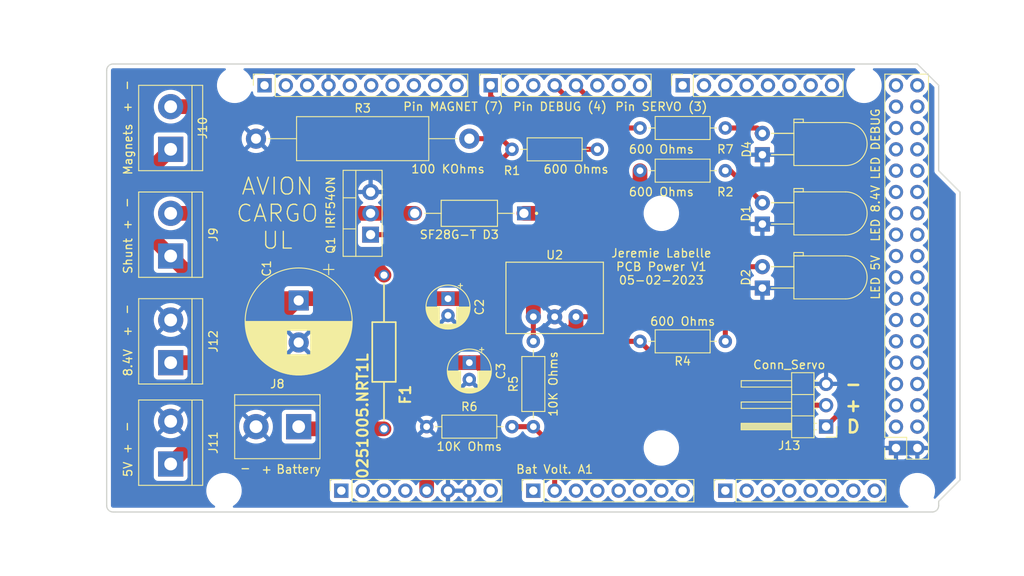
<source format=kicad_pcb>
(kicad_pcb (version 20211014) (generator pcbnew)
  (title_block (date "mar. 31 mars 2015"))
  (layers (0 "F.Cu" signal) (31 "B.Cu" signal) (34 "B.Paste" user) (35 "F.Paste" user) (36 "B.SilkS" user "B.Silkscreen") (37 "F.SilkS" user "F.Silkscreen") (38 "B.Mask" user) (39 "F.Mask" user) (44 "Edge.Cuts" user))
  (net 0 "")
  (net 1 "GND")
  (net 2 "/*52")
  (net 3 "/53")
  (net 4 "/50")
  (net 5 "/51")
  (net 6 "/48")
  (net 7 "/49")
  (net 8 "/*46")
  (net 9 "/47")
  (net 10 "/*44")
  (net 11 "/*45")
  (net 12 "/42")
  (net 13 "/43")
  (net 14 "/40")
  (net 15 "/41")
  (net 16 "/38")
  (net 17 "/39")
  (net 18 "/36")
  (net 19 "/37")
  (net 20 "/34")
  (net 21 "/35")
  (net 22 "/32")
  (net 23 "/33")
  (net 24 "/30")
  (net 25 "/31")
  (net 26 "/28")
  (net 27 "/29")
  (net 28 "/26")
  (net 29 "/27")
  (net 30 "/24")
  (net 31 "/25")
  (net 32 "/22")
  (net 33 "/23")
  (net 34 "+5V")
  (net 35 "/IOREF")
  (net 36 "/A0")
  (net 37 "/Vbat")
  (net 38 "/A2")
  (net 39 "/A3")
  (net 40 "/A4")
  (net 41 "/A5")
  (net 42 "/A6")
  (net 43 "/A7")
  (net 44 "/A8")
  (net 45 "/A9")
  (net 46 "/A10")
  (net 47 "/A11")
  (net 48 "/A12")
  (net 49 "/A13")
  (net 50 "/A14")
  (net 51 "/A15")
  (net 52 "/AREF")
  (net 53 "/*13")
  (net 54 "/*12")
  (net 55 "/*11")
  (net 56 "/*10")
  (net 57 "/*9")
  (net 58 "/*8")
  (net 59 "Net-(D4-Pad2)")
  (net 60 "/*6")
  (net 61 "/*5")
  (net 62 "/*2")
  (net 63 "/TX0{slash}1")
  (net 64 "/RX0{slash}0")
  (net 65 "+3V3")
  (net 66 "/TX3{slash}14")
  (net 67 "/RX3{slash}15")
  (net 68 "/TX2{slash}16")
  (net 69 "/RX2{slash}17")
  (net 70 "/TX1{slash}18")
  (net 71 "/RX1{slash}19")
  (net 72 "/SDA{slash}20")
  (net 73 "/SCL{slash}21")
  (net 74 "VCC")
  (net 75 "/~{RESET}")
  (net 77 "Net-(D2-Pad2)")
  (net 78 "Net-(D3-PadA)")
  (net 79 "Net-(D1-Pad2)")
  (net 80 "Bat. Voltage")
  (net 81 "Net-(Q1-Pad1)")
  (net 82 "Gate DEBUG")
  (net 83 "Net-(F1-Pad1)")
  (net 84 "Net-(F1-Pad2)")
  (net 85 "Magnets")
  (net 86 "Servo")
  (footprint "Connector_PinSocket_2.54mm:PinSocket_2x18_P2.54mm_Vertical" (layer "F.Cu") (at 193.98 92.38 180)
    (fp_text reference "J7" hide)
    (fp_text value "Digital")
    (pad "1" thru_hole rect locked (at 0 0 180) (size 1.7 1.7) (drill 1) (layers *.Cu *.Mask) (net 1 "GND"))
    (pad "2" thru_hole oval locked (at -2.54 0 180) (size 1.7 1.7) (drill 1) (layers *.Cu *.Mask) (net 1 "GND"))
    (pad "3" thru_hole oval locked (at 0 2.54 180) (size 1.7 1.7) (drill 1) (layers *.Cu *.Mask) (net 2 "/*52"))
    (pad "4" thru_hole oval locked (at -2.54 2.54 180) (size 1.7 1.7) (drill 1) (layers *.Cu *.Mask) (net 3 "/53"))
    (pad "5" thru_hole oval locked (at 0 5.08 180) (size 1.7 1.7) (drill 1) (layers *.Cu *.Mask) (net 4 "/50"))
    (pad "6" thru_hole oval locked (at -2.54 5.08 180) (size 1.7 1.7) (drill 1) (layers *.Cu *.Mask) (net 5 "/51"))
    (pad "7" thru_hole oval locked (at 0 7.62 180) (size 1.7 1.7) (drill 1) (layers *.Cu *.Mask) (net 6 "/48"))
    (pad "8" thru_hole oval locked (at -2.54 7.62 180) (size 1.7 1.7) (drill 1) (layers *.Cu *.Mask) (net 7 "/49"))
    (pad "9" thru_hole oval locked (at 0 10.16 180) (size 1.7 1.7) (drill 1) (layers *.Cu *.Mask) (net 8 "/*46"))
    (pad "10" thru_hole oval locked (at -2.54 10.16 180) (size 1.7 1.7) (drill 1) (layers *.Cu *.Mask) (net 9 "/47"))
    (pad "11" thru_hole oval locked (at 0 12.7 180) (size 1.7 1.7) (drill 1) (layers *.Cu *.Mask) (net 10 "/*44"))
    (pad "12" thru_hole oval locked (at -2.54 12.7 180) (size 1.7 1.7) (drill 1) (layers *.Cu *.Mask) (net 11 "/*45"))
    (pad "13" thru_hole oval locked (at 0 15.24 180) (size 1.7 1.7) (drill 1) (layers *.Cu *.Mask) (net 12 "/42"))
    (pad "14" thru_hole oval locked (at -2.54 15.24 180) (size 1.7 1.7) (drill 1) (layers *.Cu *.Mask) (net 13 "/43"))
    (pad "15" thru_hole oval locked (at 0 17.78 180) (size 1.7 1.7) (drill 1) (layers *.Cu *.Mask) (net 14 "/40"))
    (pad "16" thru_hole oval locked (at -2.54 17.78 180) (size 1.7 1.7) (drill 1) (layers *.Cu *.Mask) (net 15 "/41"))
    (pad "17" thru_hole oval locked (at 0 20.32 180) (size 1.7 1.7) (drill 1) (layers *.Cu *.Mask) (net 16 "/38"))
    (pad "18" thru_hole oval locked (at -2.54 20.32 180) (size 1.7 1.7) (drill 1) (layers *.Cu *.Mask) (net 17 "/39"))
    (pad "19" thru_hole oval locked (at 0 22.86 180) (size 1.7 1.7) (drill 1) (layers *.Cu *.Mask) (net 18 "/36"))
    (pad "20" thru_hole oval locked (at -2.54 22.86 180) (size 1.7 1.7) (drill 1) (layers *.Cu *.Mask) (net 19 "/37"))
    (pad "21" thru_hole oval locked (at 0 25.4 180) (size 1.7 1.7) (drill 1) (layers *.Cu *.Mask) (net 20 "/34"))
    (pad "22" thru_hole oval locked (at -2.54 25.4 180) (size 1.7 1.7) (drill 1) (layers *.Cu *.Mask) (net 21 "/35"))
    (pad "23" thru_hole oval locked (at 0 27.94 180) (size 1.7 1.7) (drill 1) (layers *.Cu *.Mask) (net 22 "/32"))
    (pad "24" thru_hole oval locked (at -2.54 27.94 180) (size 1.7 1.7) (drill 1) (layers *.Cu *.Mask) (net 23 "/33"))
    (pad "25" thru_hole oval locked (at 0 30.48 180) (size 1.7 1.7) (drill 1) (layers *.Cu *.Mask) (net 24 "/30"))
    (pad "26" thru_hole oval locked (at -2.54 30.48 180) (size 1.7 1.7) (drill 1) (layers *.Cu *.Mask) (net 25 "/31"))
    (pad "27" thru_hole oval locked (at 0 33.02 180) (size 1.7 1.7) (drill 1) (layers *.Cu *.Mask) (net 26 "/28"))
    (pad "28" thru_hole oval locked (at -2.54 33.02 180) (size 1.7 1.7) (drill 1) (layers *.Cu *.Mask) (net 27 "/29"))
    (pad "29" thru_hole oval locked (at 0 35.56 180) (size 1.7 1.7) (drill 1) (layers *.Cu *.Mask) (net 28 "/26"))
    (pad "30" thru_hole oval locked (at -2.54 35.56 180) (size 1.7 1.7) (drill 1) (layers *.Cu *.Mask) (net 29 "/27"))
    (pad "31" thru_hole oval locked (at 0 38.1 180) (size 1.7 1.7) (drill 1) (layers *.Cu *.Mask) (net 30 "/24"))
    (pad "32" thru_hole oval locked (at -2.54 38.1 180) (size 1.7 1.7) (drill 1) (layers *.Cu *.Mask) (net 31 "/25"))
    (pad "33" thru_hole oval locked (at 0 40.64 180) (size 1.7 1.7) (drill 1) (layers *.Cu *.Mask) (net 32 "/22"))
    (pad "34" thru_hole oval locked (at -2.54 40.64 180) (size 1.7 1.7) (drill 1) (layers *.Cu *.Mask) (net 33 "/23"))
    (pad "35" thru_hole oval locked (at 0 43.18 180) (size 1.7 1.7) (drill 1) (layers *.Cu *.Mask) (net 34 "+5V"))
    (pad "36" thru_hole oval locked (at -2.54 43.18 180) (size 1.7 1.7) (drill 1) (layers *.Cu *.Mask) (net 34 "+5V"))
  )
  (footprint "Connector_PinSocket_2.54mm:PinSocket_1x08_P2.54mm_Vertical" (layer "F.Cu") (at 127.94 97.46 90)
    (fp_text reference "J1" hide)
    (fp_text value "Power")
    (pad "1" thru_hole rect locked (at 0 0 90) (size 1.7 1.7) (drill 1) (layers *.Cu *.Mask))
    (pad "2" thru_hole oval locked (at 0 2.54 90) (size 1.7 1.7) (drill 1) (layers *.Cu *.Mask) (net 35 "/IOREF"))
    (pad "3" thru_hole oval locked (at 0 5.08 90) (size 1.7 1.7) (drill 1) (layers *.Cu *.Mask) (net 75 "/~{RESET}"))
    (pad "4" thru_hole oval locked (at 0 7.62 90) (size 1.7 1.7) (drill 1) (layers *.Cu *.Mask) (net 65 "+3V3"))
    (pad "5" thru_hole oval locked (at 0 10.16 90) (size 1.7 1.7) (drill 1) (layers *.Cu *.Mask) (net 34 "+5V"))
    (pad "6" thru_hole oval locked (at 0 12.7 90) (size 1.7 1.7) (drill 1) (layers *.Cu *.Mask) (net 1 "GND"))
    (pad "7" thru_hole oval locked (at 0 15.24 90) (size 1.7 1.7) (drill 1) (layers *.Cu *.Mask) (net 1 "GND"))
    (pad "8" thru_hole oval locked (at 0 17.78 90) (size 1.7 1.7) (drill 1) (layers *.Cu *.Mask) (net 74 "VCC"))
  )
  (footprint "Connector_PinSocket_2.54mm:PinSocket_1x08_P2.54mm_Vertical" (layer "F.Cu") (at 150.8 97.46 90)
    (fp_text reference "J3" hide)
    (fp_text value "Analog")
    (pad "1" thru_hole rect locked (at 0 0 90) (size 1.7 1.7) (drill 1) (layers *.Cu *.Mask) (net 36 "/A0"))
    (pad "2" thru_hole oval locked (at 0 2.54 90) (size 1.7 1.7) (drill 1) (layers *.Cu *.Mask) (net 80 "Bat. Voltage"))
    (pad "3" thru_hole oval locked (at 0 5.08 90) (size 1.7 1.7) (drill 1) (layers *.Cu *.Mask) (net 38 "/A2"))
    (pad "4" thru_hole oval locked (at 0 7.62 90) (size 1.7 1.7) (drill 1) (layers *.Cu *.Mask) (net 39 "/A3"))
    (pad "5" thru_hole oval locked (at 0 10.16 90) (size 1.7 1.7) (drill 1) (layers *.Cu *.Mask) (net 40 "/A4"))
    (pad "6" thru_hole oval locked (at 0 12.7 90) (size 1.7 1.7) (drill 1) (layers *.Cu *.Mask) (net 41 "/A5"))
    (pad "7" thru_hole oval locked (at 0 15.24 90) (size 1.7 1.7) (drill 1) (layers *.Cu *.Mask) (net 42 "/A6"))
    (pad "8" thru_hole oval locked (at 0 17.78 90) (size 1.7 1.7) (drill 1) (layers *.Cu *.Mask) (net 43 "/A7"))
  )
  (footprint "Connector_PinSocket_2.54mm:PinSocket_1x08_P2.54mm_Vertical" (layer "F.Cu") (at 173.66 97.46 90)
    (fp_text reference "J5" hide)
    (fp_text value "Analog")
    (pad "1" thru_hole rect locked (at 0 0 90) (size 1.7 1.7) (drill 1) (layers *.Cu *.Mask) (net 44 "/A8"))
    (pad "2" thru_hole oval locked (at 0 2.54 90) (size 1.7 1.7) (drill 1) (layers *.Cu *.Mask) (net 45 "/A9"))
    (pad "3" thru_hole oval locked (at 0 5.08 90) (size 1.7 1.7) (drill 1) (layers *.Cu *.Mask) (net 46 "/A10"))
    (pad "4" thru_hole oval locked (at 0 7.62 90) (size 1.7 1.7) (drill 1) (layers *.Cu *.Mask) (net 47 "/A11"))
    (pad "5" thru_hole oval locked (at 0 10.16 90) (size 1.7 1.7) (drill 1) (layers *.Cu *.Mask) (net 48 "/A12"))
    (pad "6" thru_hole oval locked (at 0 12.7 90) (size 1.7 1.7) (drill 1) (layers *.Cu *.Mask) (net 49 "/A13"))
    (pad "7" thru_hole oval locked (at 0 15.24 90) (size 1.7 1.7) (drill 1) (layers *.Cu *.Mask) (net 50 "/A14"))
    (pad "8" thru_hole oval locked (at 0 17.78 90) (size 1.7 1.7) (drill 1) (layers *.Cu *.Mask) (net 51 "/A15"))
  )
  (footprint "Connector_PinSocket_2.54mm:PinSocket_1x10_P2.54mm_Vertical" (layer "F.Cu") (at 118.796 49.2 90)
    (fp_text reference "J2" hide)
    (fp_text value "PWM")
    (pad "1" thru_hole rect locked (at 0 0 90) (size 1.7 1.7) (drill 1) (layers *.Cu *.Mask) (net 73 "/SCL{slash}21"))
    (pad "2" thru_hole oval locked (at 0 2.54 90) (size 1.7 1.7) (drill 1) (layers *.Cu *.Mask) (net 72 "/SDA{slash}20"))
    (pad "3" thru_hole oval locked (at 0 5.08 90) (size 1.7 1.7) (drill 1) (layers *.Cu *.Mask) (net 52 "/AREF"))
    (pad "4" thru_hole oval locked (at 0 7.62 90) (size 1.7 1.7) (drill 1) (layers *.Cu *.Mask) (net 1 "GND"))
    (pad "5" thru_hole oval locked (at 0 10.16 90) (size 1.7 1.7) (drill 1) (layers *.Cu *.Mask) (net 53 "/*13"))
    (pad "6" thru_hole oval locked (at 0 12.7 90) (size 1.7 1.7) (drill 1) (layers *.Cu *.Mask) (net 54 "/*12"))
    (pad "7" thru_hole oval locked (at 0 15.24 90) (size 1.7 1.7) (drill 1) (layers *.Cu *.Mask) (net 55 "/*11"))
    (pad "8" thru_hole oval locked (at 0 17.78 90) (size 1.7 1.7) (drill 1) (layers *.Cu *.Mask) (net 56 "/*10"))
    (pad "9" thru_hole oval locked (at 0 20.32 90) (size 1.7 1.7) (drill 1) (layers *.Cu *.Mask) (net 57 "/*9"))
    (pad "10" thru_hole oval locked (at 0 22.86 90) (size 1.7 1.7) (drill 1) (layers *.Cu *.Mask) (net 58 "/*8"))
  )
  (footprint "Connector_PinSocket_2.54mm:PinSocket_1x08_P2.54mm_Vertical" (layer "F.Cu") (at 145.72 49.2 90)
    (fp_text reference "J4" hide)
    (fp_text value "PWM")
    (pad "1" thru_hole rect locked (at 0 0 90) (size 1.7 1.7) (drill 1) (layers *.Cu *.Mask) (net 85 "Magnets"))
    (pad "2" thru_hole oval locked (at 0 2.54 90) (size 1.7 1.7) (drill 1) (layers *.Cu *.Mask) (net 60 "/*6"))
    (pad "3" thru_hole oval locked (at 0 5.08 90) (size 1.7 1.7) (drill 1) (layers *.Cu *.Mask) (net 61 "/*5"))
    (pad "4" thru_hole oval locked (at 0 7.62 90) (size 1.7 1.7) (drill 1) (layers *.Cu *.Mask) (net 82 "Gate DEBUG"))
    (pad "5" thru_hole oval locked (at 0 10.16 90) (size 1.7 1.7) (drill 1) (layers *.Cu *.Mask) (net 86 "Servo"))
    (pad "6" thru_hole oval locked (at 0 12.7 90) (size 1.7 1.7) (drill 1) (layers *.Cu *.Mask) (net 62 "/*2"))
    (pad "7" thru_hole oval locked (at 0 15.24 90) (size 1.7 1.7) (drill 1) (layers *.Cu *.Mask) (net 63 "/TX0{slash}1"))
    (pad "8" thru_hole oval locked (at 0 17.78 90) (size 1.7 1.7) (drill 1) (layers *.Cu *.Mask) (net 64 "/RX0{slash}0"))
  )
  (footprint "Connector_PinSocket_2.54mm:PinSocket_1x08_P2.54mm_Vertical" (layer "F.Cu") (at 168.58 49.2 90)
    (fp_text reference "J6" hide)
    (fp_text value "Communication")
    (pad "1" thru_hole rect locked (at 0 0 90) (size 1.7 1.7) (drill 1) (layers *.Cu *.Mask) (net 66 "/TX3{slash}14"))
    (pad "2" thru_hole oval locked (at 0 2.54 90) (size 1.7 1.7) (drill 1) (layers *.Cu *.Mask) (net 67 "/RX3{slash}15"))
    (pad "3" thru_hole oval locked (at 0 5.08 90) (size 1.7 1.7) (drill 1) (layers *.Cu *.Mask) (net 68 "/TX2{slash}16"))
    (pad "4" thru_hole oval locked (at 0 7.62 90) (size 1.7 1.7) (drill 1) (layers *.Cu *.Mask) (net 69 "/RX2{slash}17"))
    (pad "5" thru_hole oval locked (at 0 10.16 90) (size 1.7 1.7) (drill 1) (layers *.Cu *.Mask) (net 70 "/TX1{slash}18"))
    (pad "6" thru_hole oval locked (at 0 12.7 90) (size 1.7 1.7) (drill 1) (layers *.Cu *.Mask) (net 71 "/RX1{slash}19"))
    (pad "7" thru_hole oval locked (at 0 15.24 90) (size 1.7 1.7) (drill 1) (layers *.Cu *.Mask) (net 72 "/SDA{slash}20"))
    (pad "8" thru_hole oval locked (at 0 17.78 90) (size 1.7 1.7) (drill 1) (layers *.Cu *.Mask) (net 73 "/SCL{slash}21"))
  )
  (footprint "Capacitor_THT:CP_Radial_D5.0mm_P2.00mm" (layer "F.Cu") (at 143.18 82.22 -90)
    (fp_text reference "C3" (at 1 -3.75 90) (layer "F.SilkS"))
    (fp_text value "4.7 uF")
    (pad "1" thru_hole rect (at 0 0 270) (size 1.6 1.6) (drill 0.8) (layers *.Cu *.Mask) (net 34 "+5V"))
    (pad "2" thru_hole circle (at 2 0 270) (size 1.6 1.6) (drill 0.8) (layers *.Cu *.Mask) (net 1 "GND"))
  )
  (footprint "Resistor_THT:R_Axial_DIN0516_L15.5mm_D5.0mm_P25.40mm_Horizontal" (layer "F.Cu") (at 117.78 55.55)
    (fp_text reference "R3" (at 12.7 -3.62) (layer "F.SilkS"))
    (fp_text value "100 KOhms" (at 22.86 3.62) (layer "F.SilkS"))
    (pad "1" thru_hole circle (at 0 0) (size 2.4 2.4) (drill 1.2) (layers *.Cu *.Mask) (net 1 "GND"))
    (pad "2" thru_hole oval (at 25.4 0) (size 2.4 2.4) (drill 1.2) (layers *.Cu *.Mask) (net 81 "Net-(Q1-Pad1)"))
  )
  (footprint "TerminalBlock:TerminalBlock_bornier-2_P5.08mm" (layer "F.Cu") (at 107.62 56.82 90)
    (fp_text reference "J10" (at 2.54 3.81 90) (layer "F.SilkS"))
    (fp_text value "Magnets" (at 0 -5.08 90) (layer "F.SilkS"))
    (pad "1" thru_hole rect (at 0 0 90) (size 3 3) (drill 1.52) (layers *.Cu *.Mask) (net 37 "/Vbat"))
    (pad "2" thru_hole circle (at 5.08 0 90) (size 3 3) (drill 1.52) (layers *.Cu *.Mask) (net 78 "Net-(D3-PadA)"))
  )
  (footprint "Arduino_MountingHole:MountingHole_3.2mm" (layer "F.Cu") (at 196.52 97.46)
    (fp_text reference "MH6" hide)
    (fp_text value "MountingHole_3.2mm" hide)
    (pad "" np_thru_hole circle locked (at 0 0) (size 3.2 3.2) (drill 3.2) (layers *.Cu *.Mask))
  )
  (footprint "Connector_PinHeader_2.54mm:PinHeader_1x03_P2.54mm_Horizontal" (layer "F.Cu") (at 185.655 89.825 180)
    (fp_text reference "J13" (at 4.385 -2.27) (layer "F.SilkS"))
    (fp_text value "Conn_Servo" (at 4.385 7.35) (layer "F.SilkS"))
    (pad "1" thru_hole rect (at 0 0 180) (size 1.7 1.7) (drill 1) (layers *.Cu *.Mask) (net 86 "Servo"))
    (pad "2" thru_hole oval (at 0 2.54 180) (size 1.7 1.7) (drill 1) (layers *.Cu *.Mask) (net 34 "+5V"))
    (pad "3" thru_hole oval (at 0 5.08 180) (size 1.7 1.7) (drill 1) (layers *.Cu *.Mask) (net 1 "GND"))
  )
  (footprint "LED_THT:LED_D5.0mm_Horizontal_O3.81mm_Z3.0mm" (layer "F.Cu") (at 178.07 73.335 90)
    (fp_text reference "D2" (at 1.27 -1.96 90) (layer "F.SilkS"))
    (fp_text value "LED 5V" (at 1.27 13.47 90) (layer "F.SilkS"))
    (pad "1" thru_hole rect (at 0 0 90) (size 1.8 1.8) (drill 0.9) (layers *.Cu *.Mask) (net 1 "GND"))
    (pad "2" thru_hole circle (at 2.54 0 90) (size 1.8 1.8) (drill 0.9) (layers *.Cu *.Mask) (net 77 "Net-(D2-Pad2)"))
  )
  (footprint "Resistor_THT:R_Axial_DIN0207_L6.3mm_D2.5mm_P10.16mm_Horizontal" (layer "F.Cu") (at 138.1 89.84)
    (fp_text reference "R6" (at 5.08 -2.37) (layer "F.SilkS"))
    (fp_text value "10K Ohms" (at 5.08 2.37) (layer "F.SilkS"))
    (pad "1" thru_hole circle (at 0 0) (size 1.6 1.6) (drill 0.8) (layers *.Cu *.Mask) (net 1 "GND"))
    (pad "2" thru_hole oval (at 10.16 0) (size 1.6 1.6) (drill 0.8) (layers *.Cu *.Mask) (net 80 "Bat. Voltage"))
  )
  (footprint "Resistor_THT:R_Axial_DIN0207_L6.3mm_D2.5mm_P10.16mm_Horizontal" (layer "F.Cu") (at 150.8 89.84 90)
    (fp_text reference "R5" (at 5.08 -2.37 90) (layer "F.SilkS"))
    (fp_text value "10K Ohms" (at 5.08 2.37 90) (layer "F.SilkS"))
    (pad "1" thru_hole circle (at 0 0 90) (size 1.6 1.6) (drill 0.8) (layers *.Cu *.Mask) (net 80 "Bat. Voltage"))
    (pad "2" thru_hole oval (at 10.16 0 90) (size 1.6 1.6) (drill 0.8) (layers *.Cu *.Mask) (net 37 "/Vbat"))
  )
  (footprint "TerminalBlock:TerminalBlock_bornier-2_P5.08mm" (layer "F.Cu") (at 107.62 94.285 90)
    (fp_text reference "J11" (at 2.54 5.08 90) (layer "F.SilkS"))
    (fp_text value "5V" (at -0.635 -5.08 -90) (layer "F.SilkS"))
    (pad "1" thru_hole rect (at 0 0 90) (size 3 3) (drill 1.52) (layers *.Cu *.Mask) (net 34 "+5V"))
    (pad "2" thru_hole circle (at 5.08 0 90) (size 3 3) (drill 1.52) (layers *.Cu *.Mask) (net 1 "GND"))
  )
  (footprint "Resistor_THT:R_Axial_DIN0207_L6.3mm_D2.5mm_P10.16mm_Horizontal" (layer "F.Cu") (at 173.66 54.28 180)
    (fp_text reference "R7" (at 0 -2.54) (layer "F.SilkS"))
    (fp_text value "600 Ohms" (at 7.62 -2.54) (layer "F.SilkS"))
    (pad "1" thru_hole circle (at 0 0 180) (size 1.6 1.6) (drill 0.8) (layers *.Cu *.Mask) (net 59 "Net-(D4-Pad2)"))
    (pad "2" thru_hole oval (at 10.16 0 180) (size 1.6 1.6) (drill 0.8) (layers *.Cu *.Mask) (net 82 "Gate DEBUG"))
  )
  (footprint "LED_THT:LED_D5.0mm_Horizontal_O3.81mm_Z3.0mm" (layer "F.Cu") (at 178.07 65.715 90)
    (fp_text reference "D1" (at 1.27 -1.96 90) (layer "F.SilkS"))
    (fp_text value "LED 8.4V" (at 1.27 13.47 90) (layer "F.SilkS"))
    (pad "1" thru_hole rect (at 0 0 90) (size 1.8 1.8) (drill 0.9) (layers *.Cu *.Mask) (net 1 "GND"))
    (pad "2" thru_hole circle (at 2.54 0 90) (size 1.8 1.8) (drill 0.9) (layers *.Cu *.Mask) (net 79 "Net-(D1-Pad2)"))
  )
  (footprint "Package_TO_SOT_THT:TO-220-3_Vertical" (layer "F.Cu") (at 131.425 66.98 90)
    (fp_text reference "Q1" (at -1.27 -4.755 90) (layer "F.SilkS"))
    (fp_text value "IRF540N" (at 3.81 -4.755 90) (layer "F.SilkS"))
    (pad "1" thru_hole rect (at 0 0 90) (size 1.905 2) (drill 1.1) (layers *.Cu *.Mask) (net 81 "Net-(Q1-Pad1)"))
    (pad "2" thru_hole oval (at 2.54 0 90) (size 1.905 2) (drill 1.1) (layers *.Cu *.Mask) (net 78 "Net-(D3-PadA)"))
    (pad "3" thru_hole oval (at 5.08 0 90) (size 1.905 2) (drill 1.1) (layers *.Cu *.Mask) (net 1 "GND"))
  )
  (footprint "TerminalBlock:TerminalBlock_bornier-2_P5.08mm" (layer "F.Cu") (at 107.62 82.22 90)
    (fp_text reference "J12" (at 2.54 5.08 90) (layer "F.SilkS"))
    (fp_text value "8.4V" (at 0 -5.08 90) (layer "F.SilkS"))
    (pad "1" thru_hole rect (at 0 0 90) (size 3 3) (drill 1.52) (layers *.Cu *.Mask) (net 37 "/Vbat"))
    (pad "2" thru_hole circle (at 5.08 0 90) (size 3 3) (drill 1.52) (layers *.Cu *.Mask) (net 1 "GND"))
  )
  (footprint "Resistor_THT:R_Axial_DIN0207_L6.3mm_D2.5mm_P10.16mm_Horizontal" (layer "F.Cu") (at 173.66 79.68 180)
    (fp_text reference "R4" (at 5.08 -2.37) (layer "F.SilkS"))
    (fp_text value "600 Ohms" (at 5.08 2.37) (layer "F.SilkS"))
    (pad "1" thru_hole circle (at 0 0 180) (size 1.6 1.6) (drill 0.8) (layers *.Cu *.Mask) (net 77 "Net-(D2-Pad2)"))
    (pad "2" thru_hole oval (at 10.16 0 180) (size 1.6 1.6) (drill 0.8) (layers *.Cu *.Mask) (net 34 "+5V"))
  )
  (footprint "TerminalBlock:TerminalBlock_bornier-2_P5.08mm" (layer "F.Cu") (at 107.62 69.52 90)
    (fp_text reference "J9" (at 2.54 5.08 90) (layer "F.SilkS"))
    (fp_text value "Shunt" (at 0 -5.08 90) (layer "F.SilkS"))
    (pad "1" thru_hole rect (at 0 0 90) (size 3 3) (drill 1.52) (layers *.Cu *.Mask) (net 37 "/Vbat"))
    (pad "2" thru_hole circle (at 5.08 0 90) (size 3 3) (drill 1.52) (layers *.Cu *.Mask) (net 84 "Net-(F1-Pad2)"))
  )
  (footprint "Arduino_MountingHole:MountingHole_3.2mm" (layer "F.Cu") (at 115.24 49.2)
    (fp_text reference "MH1" hide)
    (fp_text value "MountingHole_3.2mm" hide)
    (pad "" np_thru_hole circle locked (at 0 0) (size 3.2 3.2) (drill 3.2) (layers *.Cu *.Mask))
  )
  (footprint "SF28G-T:DIOAD1300W80L670D310" (layer "F.Cu") (at 143.18 64.44 180)
    (fp_text reference "D3" (at -2.54 -2.54) (layer "F.SilkS"))
    (fp_text value "SF28G-T" (at 2.54 -2.54) (layer "F.SilkS"))
    (pad "A" thru_hole circle locked (at 6.5 0 180) (size 1.65 1.65) (drill 1.1) (layers *.Cu *.Mask) (net 78 "Net-(D3-PadA)"))
    (pad "C" thru_hole rect locked (at -6.5 0 180) (size 1.65 1.65) (drill 1.1) (layers *.Cu *.Mask) (net 37 "/Vbat"))
  )
  (footprint "Capacitor_THT:CP_Radial_D5.0mm_P2.00mm" (layer "F.Cu") (at 140.64 74.6 -90)
    (fp_text reference "C2" (at 1 -3.75 90) (layer "F.SilkS"))
    (fp_text value "4.7 uF")
    (pad "1" thru_hole rect (at 0 0 270) (size 1.6 1.6) (drill 0.8) (layers *.Cu *.Mask) (net 37 "/Vbat"))
    (pad "2" thru_hole circle (at 2 0 270) (size 1.6 1.6) (drill 0.8) (layers *.Cu *.Mask) (net 1 "GND"))
  )
  (footprint "LED_THT:LED_D5.0mm_Horizontal_O3.81mm_Z3.0mm" (layer "F.Cu") (at 178.07 57.46 90)
    (fp_text reference "D4" (at 0.64 -1.87 90) (layer "F.SilkS"))
    (fp_text value "LED DEBUG" (at 1.27 13.47 90) (layer "F.SilkS"))
    (pad "1" thru_hole rect (at 0 0 90) (size 1.8 1.8) (drill 0.9) (layers *.Cu *.Mask) (net 1 "GND"))
    (pad "2" thru_hole circle (at 2.54 0 90) (size 1.8 1.8) (drill 0.9) (layers *.Cu *.Mask) (net 59 "Net-(D4-Pad2)"))
  )
  (footprint "Resistor_THT:R_Axial_DIN0207_L6.3mm_D2.5mm_P10.16mm_Horizontal" (layer "F.Cu") (at 173.66 59.36 180)
    (fp_text reference "R2" (at 0 -2.54) (layer "F.SilkS"))
    (fp_text value "600 Ohms" (at 7.62 -2.54) (layer "F.SilkS"))
    (pad "1" thru_hole circle (at 0 0 180) (size 1.6 1.6) (drill 0.8) (layers *.Cu *.Mask) (net 79 "Net-(D1-Pad2)"))
    (pad "2" thru_hole oval (at 10.16 0 180) (size 1.6 1.6) (drill 0.8) (layers *.Cu *.Mask) (net 37 "/Vbat"))
  )
  (footprint "Capacitor_THT:CP_Radial_D12.5mm_P5.00mm" (layer "F.Cu") (at 122.86 74.816041 -90)
    (fp_text reference "C1" (at -3.81 3.81 90) (layer "F.SilkS"))
    (fp_text value "470 uF")
    (pad "1" thru_hole rect (at 0 0 270) (size 2.4 2.4) (drill 1.2) (layers *.Cu *.Mask) (net 37 "/Vbat"))
    (pad "2" thru_hole circle (at 5 0 270) (size 2.4 2.4) (drill 1.2) (layers *.Cu *.Mask) (net 1 "GND"))
  )
  (footprint "Resistor_THT:R_Axial_DIN0207_L6.3mm_D2.5mm_P10.16mm_Horizontal" (layer "F.Cu") (at 148.26 56.82)
    (fp_text reference "R1" (at 0 2.54) (layer "F.SilkS"))
    (fp_text value "600 Ohms" (at 7.62 2.37) (layer "F.SilkS"))
    (pad "1" thru_hole circle (at 0 0) (size 1.6 1.6) (drill 0.8) (layers *.Cu *.Mask) (net 81 "Net-(Q1-Pad1)"))
    (pad "2" thru_hole oval (at 10.16 0) (size 1.6 1.6) (drill 0.8) (layers *.Cu *.Mask) (net 85 "Magnets"))
  )
  (footprint "TerminalBlock:TerminalBlock_bornier-2_P5.08mm" (layer "F.Cu") (at 122.86 89.84 180)
    (fp_text reference "J8" (at 2.54 5.08) (layer "F.SilkS"))
    (fp_text value "Battery" (at 0 -5.08) (layer "F.SilkS"))
    (pad "1" thru_hole rect (at 0 0 180) (size 3 3) (drill 1.52) (layers *.Cu *.Mask) (net 83 "Net-(F1-Pad1)"))
    (pad "2" thru_hole circle (at 5.08 0 180) (size 3 3) (drill 1.52) (layers *.Cu *.Mask) (net 1 "GND"))
  )
  (footprint "Arduino_MountingHole:MountingHole_3.2mm" (layer "F.Cu") (at 113.97 97.46)
    (fp_text reference "MH2" hide)
    (fp_text value "MountingHole_3.2mm" hide)
    (pad "" np_thru_hole circle locked (at 0 0) (size 3.2 3.2) (drill 3.2) (layers *.Cu *.Mask))
  )
  (footprint "Arduino_MountingHole:MountingHole_3.2mm" (layer "F.Cu") (at 166.04 64.44)
    (fp_text reference "MH3" hide)
    (fp_text value "MountingHole_3.2mm" hide)
    (pad "" np_thru_hole circle locked (at 0 0) (size 3.2 3.2) (drill 3.2) (layers *.Cu *.Mask))
  )
  (footprint "251005:RESAD1831W64L711D280" (layer "F.Cu") (at 133.02 90.0995 90)
    (fp_text reference "F1" (at 4.0695 2.54 90) (layer "F.SilkS") (effects (font (size 1.27 1.27) (thickness 0.254))))
    (fp_text value "0251005.NRT1L" (at 1.5295 -2.54 90) (layer "F.SilkS") (effects (font (size 1.27 1.27) (thickness 0.254))))
    (pad "1" thru_hole circle locked (at 0 0 90) (size 1.275 1.275) (drill 0.85) (layers *.Cu *.Mask) (net 83 "Net-(F1-Pad1)"))
    (pad "2" thru_hole circle locked (at 18.3 0 90) (size 1.275 1.275) (drill 0.85) (layers *.Cu *.Mask) (net 84 "Net-(F1-Pad2)"))
  )
  (footprint "Arduino_MountingHole:MountingHole_3.2mm" (layer "F.Cu") (at 166.04 92.38)
    (fp_text reference "MH4" hide)
    (fp_text value "MountingHole_3.2mm" hide)
    (pad "" np_thru_hole circle locked (at 0 0) (size 3.2 3.2) (drill 3.2) (layers *.Cu *.Mask))
  )
  (footprint "173950578:SIP-3" (layer "F.Cu") (at 153.34 78.75675)
    (fp_text reference "U2" (at 0 -9.351255) (layer "F.SilkS") (effects (font (size 1.00174 1.00174))))
    (fp_text value "173950578")
    (pad "P$1" thru_hole circle locked (at -2.54 -2) (size 1.8 1.8) (drill 0.8) (layers *.Cu *.Mask) (net 37 "/Vbat"))
    (pad "P$2" thru_hole circle locked (at 0 -2) (size 1.8 1.8) (drill 0.8) (layers *.Cu *.Mask) (net 1 "GND"))
    (pad "P$3" thru_hole circle locked (at 2.54 -2) (size 1.8 1.8) (drill 0.8) (layers *.Cu *.Mask) (net 34 "+5V"))
  )
  (footprint "Arduino_MountingHole:MountingHole_3.2mm" (layer "F.Cu") (at 190.17 49.2)
    (fp_text reference "MH5" hide)
    (fp_text value "MountingHole_3.2mm" hide)
    (pad "" np_thru_hole circle locked (at 0 0) (size 3.2 3.2) (drill 3.2) (layers *.Cu *.Mask))
  )
  (gr_line locked (start 199.06 59.36) (end 201.6 61.9) (layer "Edge.Cuts") (width 0.15))
  (gr_line locked (start 100 99.238) (end 100 47.422) (layer "Edge.Cuts") (width 0.15))
  (gr_line locked (start 201.6 61.9) (end 201.6 96.19) (layer "Edge.Cuts") (width 0.15))
  (gr_line locked (start 198.298 100) (end 100.762 100) (layer "Edge.Cuts") (width 0.15))
  (gr_line locked (start 100.762 46.66) (end 196.52 46.66) (layer "Edge.Cuts") (width 0.15))
  (gr_arc locked (start 100.762 100) (mid 100.223185 99.776815) (end 100 99.238) (layer "Edge.Cuts") (width 0.15))
  (gr_line locked (start 201.6 96.19) (end 199.06 98.73) (layer "Edge.Cuts") (width 0.15))
  (gr_line locked (start 196.52 46.66) (end 199.06 49.2) (layer "Edge.Cuts") (width 0.15))
  (gr_arc locked (start 199.06 99.238) (mid 198.836815 99.776815) (end 198.298 100) (layer "Edge.Cuts") (width 0.15))
  (gr_line locked (start 199.06 49.2) (end 199.06 59.36) (layer "Edge.Cuts") (width 0.15))
  (gr_line locked (start 199.06 98.73) (end 199.06 99.238) (layer "Edge.Cuts") (width 0.15))
  (gr_arc locked (start 100 47.422) (mid 100.223185 46.883185) (end 100.762 46.66) (layer "Edge.Cuts") (width 0.15))
  (gr_text "-" (at 102.54 89.84 -90) (layer "F.SilkS") (effects (font (size 1 1))))
  (gr_text "+" (at 188.9 87.3) (layer "F.SilkS") (effects (font (size 1.5 1.5) (thickness 0.3))))
  (gr_text "+" (at 102.54 92.38) (layer "F.SilkS") (effects (font (size 1 1))))
  (gr_text "+" (at 102.54 51.74) (layer "F.SilkS") (effects (font (size 1 1))))
  (gr_text "AVION\nCARGO\nUL" (at 120.32 64.44) (layer "F.SilkS") (effects (font (size 2 2))))
  (gr_text "-" (at 102.54 49.2 -90) (layer "F.SilkS") (effects (font (size 1 1))))
  (gr_text "Jeremie Labelle\nPCB Power V1\n05-02-2023" (at 166.04 70.795) (layer "F.SilkS") (effects (font (size 1 1))))
  (gr_text "Pin SERVO (3)" (at 166.04 51.74) (layer "F.SilkS") (effects (font (size 1 1))))
  (gr_text "Pin MAGNET (7)" (at 141.275 51.74) (layer "F.SilkS") (effects (font (size 1 1))))
  (gr_text "+" (at 119.05 94.92) (layer "F.SilkS") (effects (font (size 1 1))))
  (gr_text "-\n" (at 188.9 84.76) (layer "F.SilkS") (effects (font (size 1.5 1.5) (thickness 0.3))))
  (gr_text "-" (at 116.51 94.92 -180) (layer "F.SilkS") (effects (font (size 1 1))))
  (gr_text "+" (at 102.54 78.41) (layer "F.SilkS") (effects (font (size 1 1))))
  (gr_text "-" (at 102.54 63.17 -90) (layer "F.SilkS") (effects (font (size 1 1))))
  (gr_text "Pin DEBUG (4)" (at 153.975 51.74) (layer "F.SilkS") (effects (font (size 1 1))))
  (gr_text "D" (at 188.9 89.84) (layer "F.SilkS") (effects (font (size 1.5 1.5) (thickness 0.3))))
  (gr_text "+" (at 102.54 65.71) (layer "F.SilkS") (effects (font (size 1 1))))
  (gr_text "-" (at 102.54 75.87 -90) (layer "F.SilkS") (effects (font (size 1 1))))
  (gr_text "Bat Volt. A1" (at 153.34 94.92) (layer "F.SilkS") (effects (font (size 1 1))))
  (segment (start 193.98 92.38) (end 196.52 92.38) (width 1.75) (layer "B.Cu") (net 1))
  (segment (start 107.62 94.285) (end 118.415 83.49) (width 1.75) (layer "F.Cu") (net 34))
  (segment (start 149.59 83.55) (end 150.359542 83.55) (width 1.75) (layer "F.Cu") (net 34))
  (segment (start 149.47 83.55) (end 138.1 94.92) (width 1.75) (layer "F.Cu") (net 34))
  (segment (start 129.21 82.22) (end 143.18 82.22) (width 1.75) (layer "F.Cu") (net 34))
  (segment (start 138.1 94.92) (end 138.1 97.46) (width 1.75) (layer "F.Cu") (net 34))
  (segment (start 150.359542 83.55) (end 155.88 78.029542) (width 1.75) (layer "F.Cu") (net 34))
  (segment (start 171.105 87.285) (end 185.655 87.285) (width 0.6) (layer "F.Cu") (net 34))
  (segment (start 155.88 76.75675) (end 158.03675 76.75675) (width 0.6) (layer "F.Cu") (net 34))
  (segment (start 127.94 83.49) (end 129.21 82.22) (width 1.75) (layer "F.Cu") (net 34))
  (segment (start 163.5 79.68) (end 171.105 87.285) (width 0.6) (layer "F.Cu") (net 34))
  (segment (start 158.03675 76.75675) (end 160.96 79.68) (width 0.6) (layer "F.Cu") (net 34))
  (segment (start 160.96 79.68) (end 163.5 79.68) (width 0.6) (layer "F.Cu") (net 34))
  (segment (start 143.18 82.22) (end 144.39 82.22) (width 1.75) (layer "F.Cu") (net 34))
  (segment (start 144.39 82.22) (end 145.72 83.55) (width 1.75) (layer "F.Cu") (net 34))
  (segment (start 149.59 83.55) (end 149.47 83.55) (width 1.75) (layer "F.Cu") (net 34))
  (segment (start 155.88 78.029542) (end 155.88 76.75675) (width 1.75) (layer "F.Cu") (net 34))
  (segment (start 118.415 83.49) (end 127.94 83.49) (width 1.75) (layer "F.Cu") (net 34))
  (segment (start 145.72 83.55) (end 149.59 83.55) (width 1.75) (layer "F.Cu") (net 34))
  (segment (start 103.81 65.71) (end 103.81 60.63) (width 1.75) (layer "F.Cu") (net 37))
  (segment (start 115.24 82.22) (end 122.86 74.6) (width 1.75) (layer "F.Cu") (net 37))
  (segment (start 157.15 66.98) (end 163.5 60.63) (width 1.75) (layer "F.Cu") (net 37))
  (segment (start 154.61 64.44) (end 157.15 66.98) (width 1.75) (layer "F.Cu") (net 37))
  (segment (start 163.5 60.63) (end 163.5 59.36) (width 1.75) (layer "F.Cu") (net 37))
  (segment (start 107.62 69.52) (end 103.81 65.71) (width 1.75) (layer "F.Cu") (net 37))
  (segment (start 107.62 69.52) (end 112.7 74.6) (width 1.75) (layer "F.Cu") (net 37))
  (segment (start 103.81 60.63) (end 107.62 56.82) (width 1.75) (layer "F.Cu") (net 37))
  (segment (start 150.8 74.6) (end 150.8 73.33) (width 1.75) (layer "F.Cu") (net 37))
  (segment (start 122.86 74.6) (end 140.64 74.6) (width 1.75) (layer "F.Cu") (net 37))
  (segment (start 140.64 74.6) (end 150.8 74.6) (width 1.75) (layer "F.Cu") (net 37))
  (segment (start 150.8 73.33) (end 157.15 66.98) (width 1.75) (layer "F.Cu") (net 37))
  (segment (start 150.8 79.68) (end 150.8 76.75675) (width 0.6) (layer "F.Cu") (net 37))
  (segment (start 107.62 82.22) (end 115.24 82.22) (width 1.75) (layer "F.Cu") (net 37))
  (segment (start 150.8 76.75675) (end 150.8 74.6) (width 1.75) (layer "F.Cu") (net 37))
  (segment (start 149.68 64.44) (end 154.61 64.44) (width 1.75) (layer "F.Cu") (net 37))
  (segment (start 112.7 74.6) (end 122.86 74.6) (width 1.75) (layer "F.Cu") (net 37))
  (segment (start 173.66 54.28) (end 177.43 54.28) (width 0.6) (layer "F.Cu") (net 59))
  (segment (start 177.43 54.915) (end 177.435 54.92) (width 0.6) (layer "F.Cu") (net 59))
  (segment (start 177.43 54.28) (end 178.07 54.92) (width 0.6) (layer "F.Cu") (net 59))
  (segment (start 173.66 79.68) (end 173.66 72.06) (width 0.6) (layer "F.Cu") (net 77))
  (segment (start 173.66 72.06) (end 174.925 70.795) (width 0.6) (layer "F.Cu") (net 77))
  (segment (start 174.925 70.795) (end 178.07 70.795) (width 0.6) (layer "F.Cu") (net 77))
  (segment (start 131.425 64.44) (end 136.68 64.44) (width 1.75) (layer "F.Cu") (net 78))
  (segment (start 115.24 64.44) (end 112.7 61.9) (width 1.75) (layer "F.Cu") (net 78))
  (segment (start 112.7 54.28) (end 110.16 51.74) (width 1.75) (layer "F.Cu") (net 78))
  (segment (start 115.24 64.44) (end 131.425 64.44) (width 1.75) (layer "F.Cu") (net 78))
  (segment (start 112.7 61.9) (end 112.7 54.28) (width 1.75) (layer "F.Cu") (net 78))
  (segment (start 110.16 51.74) (end 107.62 51.74) (width 1.75) (layer "F.Cu") (net 78))
  (segment (start 174.255 59.36) (end 178.07 63.175) (width 0.6) (layer "F.Cu") (net 79))
  (segment (start 173.66 59.36) (end 174.255 59.36) (width 0.6) (layer "F.Cu") (net 79))
  (segment (start 153.34 97.46) (end 153.34 92.38) (width 0.6) (layer "F.Cu") (net 80))
  (segment (start 150.8 89.84) (end 148.26 89.84) (width 0.6) (layer "F.Cu") (net 80))
  (segment (start 153.34 92.38) (end 150.8 89.84) (width 0.6) (layer "F.Cu") (net 80))
  (segment (start 148.26 56.82) (end 138.1 66.98) (width 0.6) (layer "F.Cu") (net 81))
  (segment (start 138.1 66.98) (end 131.425 66.98) (width 0.6) (layer "F.Cu") (net 81))
  (segment (start 146.99 55.55) (end 148.26 56.82) (width 0.6) (layer "F.Cu") (net 81))
  (segment (start 143.18 55.55) (end 146.99 55.55) (width 0.6) (layer "F.Cu") (net 81))
  (segment (start 158.42 54.28) (end 163.5 54.28) (width 0.6) (layer "F.Cu") (net 82))
  (segment (start 153.34 49.2) (end 158.42 54.28) (width 0.6) (layer "F.Cu") (net 82))
  (segment (start 123.1195 90.0995) (end 122.86 89.84) (width 1.75) (layer "F.Cu") (net 83))
  (segment (start 133.02 90.0995) (end 123.1195 90.0995) (width 1.75) (layer "F.Cu") (net 83))
  (segment (start 131.75 70.5295) (end 133.02 71.7995) (width 1.75) (layer "F.Cu") (net 84))
  (segment (start 117.5195 70.5295) (end 111.43 64.44) (width 1.75) (layer "F.Cu") (net 84))
  (segment (start 117.5195 70.5295) (end 131.75 70.5295) (width 1.75) (layer "F.Cu") (net 84))
  (segment (start 111.43 64.44) (end 107.62 64.44) (width 1.75) (layer "F.Cu") (net 84))
  (segment (start 152.07 56.82) (end 145.72 50.47) (width 0.6) (layer "F.Cu") (net 85))
  (segment (start 158.42 56.82) (end 152.07 56.82) (width 0.6) (layer "F.Cu") (net 85))
  (segment (start 145.72 50.47) (end 145.72 49.2) (width 0.6) (layer "F.Cu") (net 85))
  (segment (start 186.36 51.74) (end 191.44 56.82) (width 0.6) (layer "F.Cu") (net 86))
  (segment (start 191.44 56.82) (end 191.44 84.04) (width 0.6) (layer "F.Cu") (net 86))
  (segment (start 155.88 49.2) (end 158.42 51.74) (width 0.6) (layer "F.Cu") (net 86))
  (segment (start 158.42 51.74) (end 186.36 51.74) (width 0.6) (layer "F.Cu") (net 86))
  (segment (start 191.44 84.04) (end 185.655 89.825) (width 0.6) (layer "F.Cu") (net 86))
  (zone (net 1) (net_name "GND") (layer "B.Cu") (connect_pads (clearance 0.508)) (min_thickness 0.254) (fill yes (thermal_gap 0.508) (thermal_bridge_width 0.508))
    (polygon (pts (xy 209.22 107.62) (xy 87.3 107.62) (xy 87.3 39.04) (xy 209.22 39.04)))
  )
)
</source>
